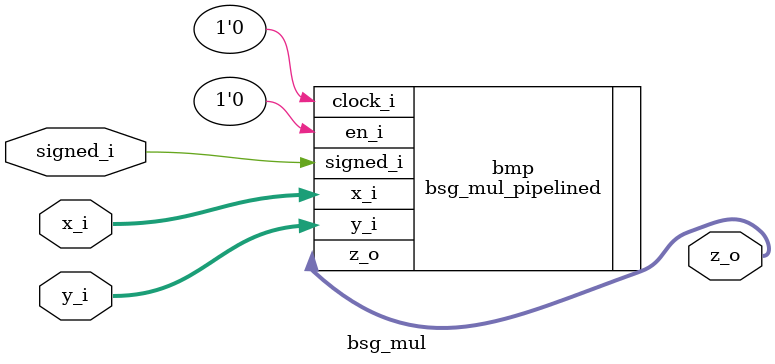
<source format=v>


module top
(
  x_i,
  y_i,
  signed_i,
  z_o
);

  input [63:0] x_i;
  input [63:0] y_i;
  output [127:0] z_o;
  input signed_i;

  bsg_mul
  wrapper
  (
    .x_i(x_i),
    .y_i(y_i),
    .z_o(z_o),
    .signed_i(signed_i)
  );


endmodule



module bsg_mul
(
  x_i,
  y_i,
  signed_i,
  z_o
);

  input [63:0] x_i;
  input [63:0] y_i;
  output [127:0] z_o;
  input signed_i;
  wire [127:0] z_o;

  bsg_mul_pipelined
  bmp
  (
    .clock_i(1'b0),
    .en_i(1'b0),
    .x_i(x_i),
    .y_i(y_i),
    .signed_i(signed_i),
    .z_o(z_o)
  );


endmodule


</source>
